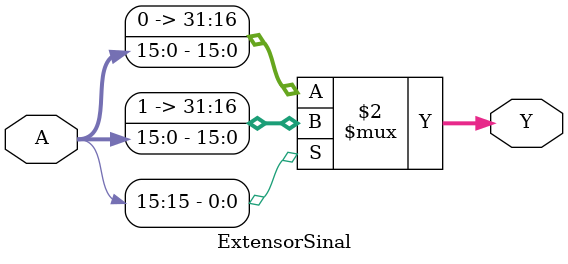
<source format=v>
module ExtensorSinal(input [15:0] A, output [31:0]Y);
		assign Y = (A[15]==1'b1) ? {16'hFFFF,A} : {16'h0000,A}; 
endmodule
</source>
